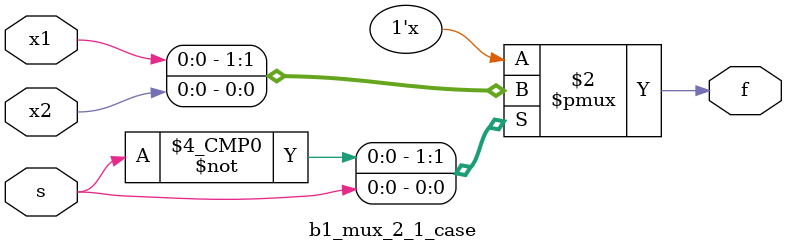
<source format=v>
module b1_mux_2_1_case (
input x1 ,
input x2 ,
input s,
output reg f
);
always@ (*)                  
begin
case (s)
0: f = x1;
1: f = x2;
endcase
end
endmodule

</source>
